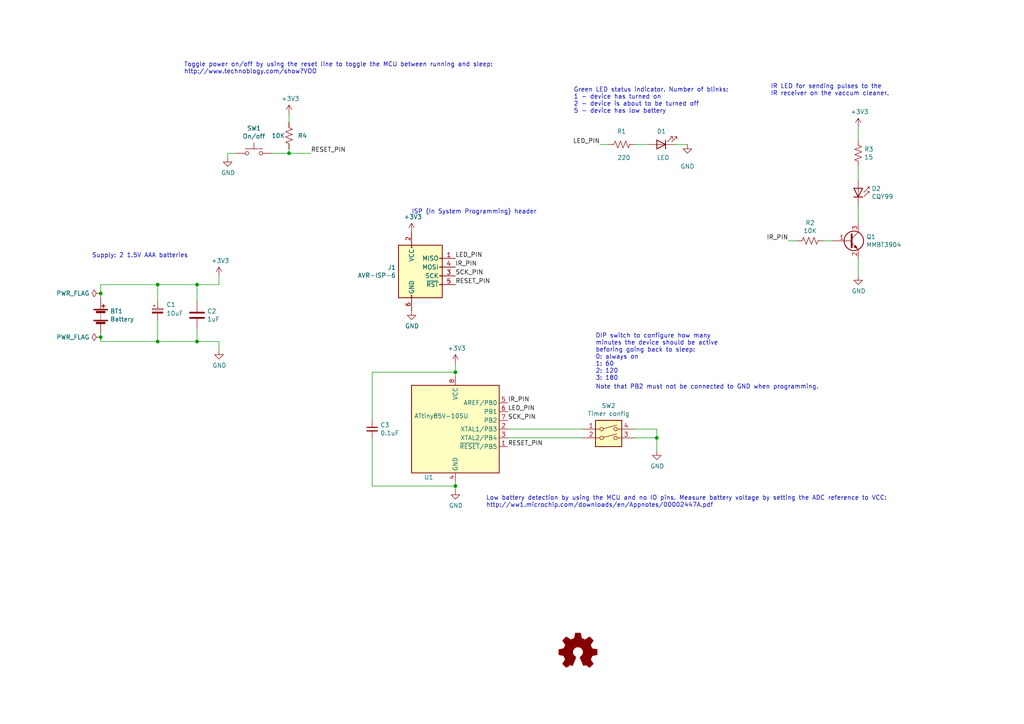
<source format=kicad_sch>
(kicad_sch (version 20211123) (generator eeschema)
  (paper "A4")
  (title_block (title "IR beacon for vacuum cleaner") (date "2019-11-12") (rev "1.0") (company "Per Thomas Jahr"))
  (lib_symbols
    (symbol "Device:Battery" (pin_numbers hide) (pin_names (offset 0) hide)
      (property "Reference" "BT" (at 2.54 2.54 0))
      (property "Value" "Battery" (at 2.54 0 0))
      (symbol "Battery_0_1"
        (rectangle (start -2.032 -1.397) (end 2.032 -1.651) (fill (type outline)))
        (rectangle (start -2.032 1.778) (end 2.032 1.524) (fill (type outline)))
        (rectangle (start -1.3208 -1.9812) (end 1.27 -2.4892) (fill (type outline)))
        (rectangle (start -1.3208 1.1938) (end 1.27 0.6858) (fill (type outline)))
        (polyline (pts (xy 0 -1.524) (xy 0 -1.27)))
        (polyline (pts (xy 0 -1.016) (xy 0 -0.762)))
        (polyline (pts (xy 0 -0.508) (xy 0 -0.254)))
        (polyline (pts (xy 0 0) (xy 0 0.254)))
        (polyline (pts (xy 0 0.508) (xy 0 0.762)))
        (polyline (pts (xy 0 1.778) (xy 0 2.54)))
        (polyline (pts (xy 0.254 2.667) (xy 1.27 2.667)) (stroke (width 0.254)))
        (polyline (pts (xy 0.762 3.175) (xy 0.762 2.159)) (stroke (width 0.254)))
      )
      (symbol "Battery_1_1"
        (pin passive line (at 0 5.08 270) (length 2.54) (name "+") (number "1"))
        (pin passive line (at 0 -5.08 90) (length 2.54) (name "-") (number "2"))
      )
    )
    (symbol "Device:C" (pin_numbers hide) (pin_names (offset 0.254))
      (property "Reference" "C" (at 0.635 2.54 0))
      (property "Value" "C" (at 0.635 -2.54 0))
      (symbol "C_0_1"
        (polyline (pts (xy -2.032 -0.762) (xy 2.032 -0.762)) (stroke (width 0.508)))
        (polyline (pts (xy -2.032 0.762) (xy 2.032 0.762)) (stroke (width 0.508)))
      )
      (symbol "C_1_1"
        (pin passive line (at 0 3.81 270) (length 2.794) (name "~") (number "1"))
        (pin passive line (at 0 -3.81 90) (length 2.794) (name "~") (number "2"))
      )
    )
    (symbol "Device:C_Polarized_Small" (pin_numbers hide) (pin_names (offset 0.254) hide)
      (property "Reference" "C" (at 0.254 1.778 0))
      (property "Value" "C_Polarized_Small" (at 0.254 -2.032 0))
      (symbol "C_Polarized_Small_0_1"
        (rectangle (start -1.524 -0.3048) (end 1.524 -0.6858) (fill (type outline)))
        (rectangle (start -1.524 0.6858) (end 1.524 0.3048))
        (polyline (pts (xy -1.27 1.524) (xy -0.762 1.524)))
        (polyline (pts (xy -1.016 1.27) (xy -1.016 1.778)))
      )
      (symbol "C_Polarized_Small_1_1"
        (pin passive line (at 0 2.54 270) (length 1.8542) (name "~") (number "1"))
        (pin passive line (at 0 -2.54 90) (length 1.8542) (name "~") (number "2"))
      )
    )
    (symbol "Device:C_Small" (pin_numbers hide) (pin_names (offset 0.254) hide)
      (property "Reference" "C" (at 0.254 1.778 0))
      (property "Value" "C_Small" (at 0.254 -2.032 0))
      (symbol "C_Small_0_1"
        (polyline (pts (xy -1.524 -0.508) (xy 1.524 -0.508)) (stroke (width 0.3302)))
        (polyline (pts (xy -1.524 0.508) (xy 1.524 0.508)) (stroke (width 0.3048)))
      )
      (symbol "C_Small_1_1"
        (pin passive line (at 0 2.54 270) (length 2.032) (name "~") (number "1"))
        (pin passive line (at 0 -2.54 90) (length 2.032) (name "~") (number "2"))
      )
    )
    (symbol "Device:LED" (pin_numbers hide) (pin_names (offset 1.016) hide)
      (property "Reference" "D" (at 0 2.54 0))
      (property "Value" "LED" (at 0 -2.54 0))
      (symbol "LED_0_1"
        (polyline (pts (xy -1.27 -1.27) (xy -1.27 1.27)) (stroke (width 0.254)))
        (polyline (pts (xy -1.27 0) (xy 1.27 0)))
        (polyline (pts (xy 1.27 -1.27) (xy 1.27 1.27) (xy -1.27 0) (xy 1.27 -1.27)) (stroke (width 0.254)))
        (polyline (pts (xy -3.048 -0.762) (xy -4.572 -2.286) (xy -3.81 -2.286) (xy -4.572 -2.286) (xy -4.572 -1.524)))
        (polyline (pts (xy -1.778 -0.762) (xy -3.302 -2.286) (xy -2.54 -2.286) (xy -3.302 -2.286) (xy -3.302 -1.524)))
      )
      (symbol "LED_1_1"
        (pin passive line (at -3.81 0 0) (length 2.54) (name "K") (number "1"))
        (pin passive line (at 3.81 0 180) (length 2.54) (name "A") (number "2"))
      )
    )
    (symbol "Device:R_US" (pin_numbers hide) (pin_names (offset 0))
      (property "Reference" "R" (at 2.54 0 90))
      (property "Value" "R_US" (at -2.54 0 90))
      (symbol "R_US_0_1"
        (polyline (pts (xy 0 -2.286) (xy 0 -2.54)))
        (polyline (pts (xy 0 2.286) (xy 0 2.54)))
        (polyline (pts (xy 0 -0.762) (xy 1.016 -1.143) (xy 0 -1.524) (xy -1.016 -1.905) (xy 0 -2.286)))
        (polyline (pts (xy 0 0.762) (xy 1.016 0.381) (xy 0 0) (xy -1.016 -0.381) (xy 0 -0.762)))
        (polyline (pts (xy 0 2.286) (xy 1.016 1.905) (xy 0 1.524) (xy -1.016 1.143) (xy 0 0.762)))
      )
      (symbol "R_US_1_1"
        (pin passive line (at 0 3.81 270) (length 1.27) (name "~") (number "1"))
        (pin passive line (at 0 -3.81 90) (length 1.27) (name "~") (number "2"))
      )
    )
    (symbol "Graphic:Logo_Open_Hardware_Small" (pin_names (offset 1.016))
      (symbol "Logo_Open_Hardware_Small_0_1"
        (polyline (pts (xy 3.3528 -4.3434) (xy 3.302 -4.318) (xy 3.175 -4.2418) (xy 2.9972 -4.1148) (xy 2.7686 -3.9624) (xy 2.54 -3.81) (xy 2.3622 -3.7084) (xy 2.2352 -3.6068) (xy 2.1844 -3.5814) (xy 2.159 -3.6068) (xy 2.0574 -3.6576) (xy 1.905 -3.7338) (xy 1.8034 -3.7846) (xy 1.6764 -3.8354) (xy 1.6002 -3.8354) (xy 1.6002 -3.8354) (xy 1.5494 -3.7338) (xy 1.4732 -3.5306) (xy 1.3462 -3.302) (xy 1.2446 -3.0226) (xy 1.1176 -2.7178) (xy 0.9652 -2.413) (xy 0.8636 -2.1082) (xy 0.7366 -1.8288) (xy 0.6604 -1.6256) (xy 0.6096 -1.4732) (xy 0.5842 -1.397) (xy 0.5842 -1.397) (xy 0.6604 -1.3208) (xy 0.7874 -1.2446) (xy 1.0414 -1.016) (xy 1.2954 -0.6858) (xy 1.4478 -0.3302) (xy 1.524 0.0762) (xy 1.4732 0.4572) (xy 1.3208 0.8128) (xy 1.0668 1.143) (xy 0.762 1.3716) (xy 0.4064 1.524) (xy 0 1.5748) (xy -0.381 1.5494) (xy -0.7366 1.397) (xy -1.0668 1.143) (xy -1.2192 0.9906) (xy -1.397 0.6604) (xy -1.524 0.3048) (xy -1.524 0.2286) (xy -1.4986 -0.1778) (xy -1.397 -0.5334) (xy -1.1938 -0.8636) (xy -0.9144 -1.143) (xy -0.8636 -1.1684) (xy -0.7366 -1.27) (xy -0.635 -1.3462) (xy -0.5842 -1.397) (xy -1.0668 -2.5908) (xy -1.143 -2.794) (xy -1.2954 -3.1242) (xy -1.397 -3.4036) (xy -1.4986 -3.6322) (xy -1.5748 -3.7846) (xy -1.6002 -3.8354) (xy -1.6002 -3.8354) (xy -1.651 -3.8354) (xy -1.7272 -3.81) (xy -1.905 -3.7338) (xy -2.0066 -3.683) (xy -2.1336 -3.6068) (xy -2.2098 -3.5814) (xy -2.2606 -3.6068) (xy -2.3622 -3.683) (xy -2.54 -3.81) (xy -2.7686 -3.9624) (xy -2.9718 -4.0894) (xy -3.1496 -4.2164) (xy -3.302 -4.318) (xy -3.3528 -4.3434) (xy -3.3782 -4.3434) (xy -3.429 -4.318) (xy -3.5306 -4.2164) (xy -3.7084 -4.064) (xy -3.937 -3.8354) (xy -3.9624 -3.81) (xy -4.1656 -3.6068) (xy -4.318 -3.4544) (xy -4.4196 -3.3274) (xy -4.445 -3.2766) (xy -4.445 -3.2766) (xy -4.4196 -3.2258) (xy -4.318 -3.0734) (xy -4.2164 -2.8956) (xy -4.064 -2.667) (xy -3.6576 -2.0828) (xy -3.8862 -1.5494) (xy -3.937 -1.3716) (xy -4.0386 -1.1684) (xy -4.0894 -1.0414) (xy -4.1148 -0.9652) (xy -4.191 -0.9398) (xy -4.318 -0.9144) (xy -4.5466 -0.8636) (xy -4.8006 -0.8128) (xy -5.0546 -0.7874) (xy -5.2578 -0.7366) (xy -5.4356 -0.7112) (xy -5.5118 -0.6858) (xy -5.5118 -0.6858) (xy -5.5372 -0.635) (xy -5.5372 -0.5588) (xy -5.5372 -0.4318) (xy -5.5626 -0.2286) (xy -5.5626 0.0762) (xy -5.5626 0.127) (xy -5.5372 0.4064) (xy -5.5372 0.635) (xy -5.5372 0.762) (xy -5.5372 0.8382) (xy -5.5372 0.8382) (xy -5.461 0.8382) (xy -5.3086 0.889) (xy -5.08 0.9144) (xy -4.826 0.9652) (xy -4.8006 0.9906) (xy -4.5466 1.0414) (xy -4.318 1.0668) (xy -4.1656 1.1176) (xy -4.0894 1.143) (xy -4.0894 1.143) (xy -4.0386 1.2446) (xy -3.9624 1.4224) (xy -3.8608 1.6256) (xy -3.7846 1.8288) (xy -3.7084 2.0066) (xy -3.6576 2.159) (xy -3.6322 2.2098) (xy -3.6322 2.2098) (xy -3.683 2.286) (xy -3.7592 2.413) (xy -3.8862 2.5908) (xy -4.064 2.8194) (xy -4.064 2.8448) (xy -4.2164 3.0734) (xy -4.3434 3.2512) (xy -4.4196 3.3782) (xy -4.445 3.4544) (xy -4.445 3.4544) (xy -4.3942 3.5052) (xy -4.2926 3.6322) (xy -4.1148 3.81) (xy -3.937 4.0132) (xy -3.8608 4.064) (xy -3.6576 4.2926) (xy -3.5052 4.4196) (xy -3.4036 4.4958) (xy -3.3528 4.5212) (xy -3.3528 4.5212) (xy -3.302 4.4704) (xy -3.1496 4.3688) (xy -2.9718 4.2418) (xy -2.7432 4.0894) (xy -2.7178 4.0894) (xy -2.4892 3.937) (xy -2.3114 3.81) (xy -2.1844 3.7084) (xy -2.1336 3.683) (xy -2.1082 3.683) (xy -2.032 3.7084) (xy -1.8542 3.7592) (xy -1.6764 3.8354) (xy -1.4732 3.937) (xy -1.27 4.0132) (xy -1.143 4.064) (xy -1.0668 4.1148) (xy -1.0668 4.1148) (xy -1.0414 4.191) (xy -1.016 4.3434) (xy -0.9652 4.572) (xy -0.9144 4.8514) (xy -0.889 4.9022) (xy -0.8382 5.1562) (xy -0.8128 5.3848) (xy -0.7874 5.5372) (xy -0.762 5.588) (xy -0.7112 5.6134) (xy -0.5842 5.6134) (xy -0.4064 5.6134) (xy -0.1524 5.6134) (xy 0.0762 5.6134) (xy 0.3302 5.6134) (xy 0.5334 5.6134) (xy 0.6858 5.588) (xy 0.7366 5.588) (xy 0.7366 5.588) (xy 0.762 5.5118) (xy 0.8128 5.334) (xy 0.8382 5.1054) (xy 0.9144 4.826) (xy 0.9144 4.7752) (xy 0.9652 4.5212) (xy 1.016 4.2926) (xy 1.0414 4.1402) (xy 1.0668 4.0894) (xy 1.0668 4.0894) (xy 1.1938 4.0386) (xy 1.3716 3.9624) (xy 1.5748 3.8608) (xy 2.0828 3.6576) (xy 2.7178 4.0894) (xy 2.7686 4.1402) (xy 2.9972 4.2926) (xy 3.175 4.4196) (xy 3.302 4.4958) (xy 3.3782 4.5212) (xy 3.3782 4.5212) (xy 3.429 4.4704) (xy 3.556 4.3434) (xy 3.7338 4.191) (xy 3.9116 3.9878) (xy 4.064 3.8354) (xy 4.2418 3.6576) (xy 4.3434 3.556) (xy 4.4196 3.4798) (xy 4.4196 3.429) (xy 4.4196 3.4036) (xy 4.3942 3.3274) (xy 4.2926 3.2004) (xy 4.1656 2.9972) (xy 4.0132 2.794) (xy 3.8862 2.5908) (xy 3.7592 2.3876) (xy 3.6576 2.2352) (xy 3.6322 2.159) (xy 3.6322 2.1336) (xy 3.683 2.0066) (xy 3.7592 1.8288) (xy 3.8608 1.6002) (xy 4.064 1.1176) (xy 4.3942 1.0414) (xy 4.5974 1.016) (xy 4.8768 0.9652) (xy 5.1308 0.9144) (xy 5.5372 0.8382) (xy 5.5626 -0.6604) (xy 5.4864 -0.6858) (xy 5.4356 -0.6858) (xy 5.2832 -0.7366) (xy 5.0546 -0.762) (xy 4.8006 -0.8128) (xy 4.5974 -0.8636) (xy 4.3688 -0.9144) (xy 4.2164 -0.9398) (xy 4.1402 -0.9398) (xy 4.1148 -0.9652) (xy 4.064 -1.0668) (xy 3.9878 -1.2446) (xy 3.9116 -1.4478) (xy 3.81 -1.651) (xy 3.7338 -1.8542) (xy 3.683 -2.0066) (xy 3.6576 -2.0828) (xy 3.683 -2.1336) (xy 3.7846 -2.2606) (xy 3.8862 -2.4638) (xy 4.0386 -2.667) (xy 4.191 -2.8956) (xy 4.318 -3.0734) (xy 4.3942 -3.2004) (xy 4.445 -3.2766) (xy 4.4196 -3.3274) (xy 4.3434 -3.429) (xy 4.1656 -3.5814) (xy 3.937 -3.8354) (xy 3.8862 -3.8608) (xy 3.683 -4.064) (xy 3.5306 -4.2164) (xy 3.4036 -4.318) (xy 3.3528 -4.3434)) (fill (type outline)))
      )
    )
    (symbol "LED:CQY99" (pin_numbers hide) (pin_names (offset 1.016) hide)
      (property "Reference" "D" (at 0.508 1.778 0))
      (property "Value" "CQY99" (at -1.016 -2.794 0))
      (symbol "CQY99_0_1"
        (polyline (pts (xy -2.54 1.27) (xy -2.54 -1.27)) (stroke (width 0.254)))
        (polyline (pts (xy 0 0) (xy -2.54 0)))
        (polyline (pts (xy 0.381 3.175) (xy -0.127 3.175)))
        (polyline (pts (xy -1.143 1.651) (xy 0.381 3.175) (xy 0.381 2.667)))
        (polyline (pts (xy 0 -1.27) (xy -2.54 0) (xy 0 1.27) (xy 0 -1.27)) (stroke (width 0.254)))
        (polyline (pts (xy -2.413 1.651) (xy -0.889 3.175) (xy -0.889 2.667) (xy -0.889 3.175) (xy -1.397 3.175)))
      )
      (symbol "CQY99_1_1"
        (pin passive line (at -5.08 0 0) (length 2.54) (name "K") (number "1"))
        (pin passive line (at 2.54 0 180) (length 2.54) (name "A") (number "2"))
      )
    )
    (symbol "Switch:SW_DIP_x02" (pin_names (offset 0) hide)
      (property "Reference" "SW" (at 0 6.35 0))
      (property "Value" "SW_DIP_x02" (at 0 -3.81 0))
      (symbol "SW_DIP_x02_0_0"
        (circle (center -2.032 0) (radius 0.508))
        (circle (center -2.032 2.54) (radius 0.508))
        (polyline (pts (xy -1.524 0.127) (xy 2.3622 1.1684)))
        (polyline (pts (xy -1.524 2.667) (xy 2.3622 3.7084)))
        (circle (center 2.032 0) (radius 0.508))
        (circle (center 2.032 2.54) (radius 0.508))
      )
      (symbol "SW_DIP_x02_0_1"
        (rectangle (start -3.81 5.08) (end 3.81 -2.54) (stroke (width 0.254)) (fill (type background)))
      )
      (symbol "SW_DIP_x02_1_1"
        (pin passive line (at -7.62 2.54 0) (length 5.08) (name "~") (number "1"))
        (pin passive line (at -7.62 0 0) (length 5.08) (name "~") (number "2"))
        (pin passive line (at 7.62 0 180) (length 5.08) (name "~") (number "3"))
        (pin passive line (at 7.62 2.54 180) (length 5.08) (name "~") (number "4"))
      )
    )
    (symbol "Switch:SW_Push" (pin_numbers hide) (pin_names (offset 1.016) hide)
      (property "Reference" "SW" (at 1.27 2.54 0))
      (property "Value" "SW_Push" (at 0 -1.524 0))
      (symbol "SW_Push_0_1"
        (circle (center -2.032 0) (radius 0.508))
        (polyline (pts (xy 0 1.27) (xy 0 3.048)))
        (polyline (pts (xy 2.54 1.27) (xy -2.54 1.27)))
        (circle (center 2.032 0) (radius 0.508))
        (pin passive line (at -5.08 0 0) (length 2.54) (name "1") (number "1"))
        (pin passive line (at 5.08 0 180) (length 2.54) (name "2") (number "2"))
      )
    )
    (symbol "Transistor_BJT:MMBT3904" (pin_names (offset 0) hide)
      (property "Reference" "Q" (at 5.08 1.905 0))
      (property "Value" "MMBT3904" (at 5.08 0 0))
      (symbol "MMBT3904_0_1"
        (polyline (pts (xy 0.635 0.635) (xy 2.54 2.54)))
        (polyline (pts (xy 0.635 -0.635) (xy 2.54 -2.54) (xy 2.54 -2.54)))
        (polyline (pts (xy 0.635 1.905) (xy 0.635 -1.905) (xy 0.635 -1.905)) (stroke (width 0.508)))
        (polyline (pts (xy 1.27 -1.778) (xy 1.778 -1.27) (xy 2.286 -2.286) (xy 1.27 -1.778) (xy 1.27 -1.778)) (fill (type outline)))
        (circle (center 1.27 0) (radius 2.8194) (stroke (width 0.254)))
      )
      (symbol "MMBT3904_1_1"
        (pin input line (at -5.08 0 0) (length 5.715) (name "B") (number "1"))
        (pin passive line (at 2.54 -5.08 90) (length 2.54) (name "E") (number "2"))
        (pin passive line (at 2.54 5.08 270) (length 2.54) (name "C") (number "3"))
      )
    )
    (symbol "ir_beacon-rescue:ATtiny85V-10SU-MCU_Microchip_ATtiny"
      (property "Reference" "U" (at -12.7 13.97 0))
      (property "Value" "ATtiny85V-10SU-MCU_Microchip_ATtiny" (at 2.54 -13.97 0))
      (symbol "ATtiny85V-10SU-MCU_Microchip_ATtiny_0_1"
        (rectangle (start -12.7 -12.7) (end 12.7 12.7) (stroke (width 0.254)) (fill (type background)))
      )
      (symbol "ATtiny85V-10SU-MCU_Microchip_ATtiny_1_1"
        (pin tri_state line (at 15.24 -5.08 180) (length 2.54) (name "~{RESET}/PB5") (number "1"))
        (pin tri_state line (at 15.24 0 180) (length 2.54) (name "XTAL1/PB3") (number "2"))
        (pin tri_state line (at 15.24 -2.54 180) (length 2.54) (name "XTAL2/PB4") (number "3"))
        (pin power_in line (at 0 -15.24 90) (length 2.54) (name "GND") (number "4"))
        (pin tri_state line (at 15.24 7.62 180) (length 2.54) (name "AREF/PB0") (number "5"))
        (pin tri_state line (at 15.24 5.08 180) (length 2.54) (name "PB1") (number "6"))
        (pin tri_state line (at 15.24 2.54 180) (length 2.54) (name "PB2") (number "7"))
        (pin power_in line (at 0 15.24 270) (length 2.54) (name "VCC") (number "8"))
      )
    )
    (symbol "ir_beacon-rescue:AVR-ISP-6-Connector" (pin_names (offset 1.016))
      (property "Reference" "J" (at 0 10.16 0))
      (property "Value" "AVR-ISP-6-Connector" (at 0 -7.62 0))
      (symbol "AVR-ISP-6-Connector_0_1"
        (rectangle (start -2.667 -5.588) (end -2.413 -6.35))
        (rectangle (start -2.667 8.89) (end -2.413 8.128))
        (rectangle (start 6.35 -2.413) (end 5.588 -2.667))
        (rectangle (start 6.35 0.127) (end 5.588 -0.127))
        (rectangle (start 6.35 2.667) (end 5.588 2.413))
        (rectangle (start 6.35 5.207) (end 5.588 4.953))
        (rectangle (start 6.35 8.89) (end -6.35 -6.35) (stroke (width 0.254)) (fill (type background)))
      )
      (symbol "AVR-ISP-6-Connector_1_1"
        (pin passive line (at 10.16 5.08 180) (length 3.81) (name "MISO") (number "1"))
        (pin power_in line (at -2.54 12.7 270) (length 3.81) (name "VCC") (number "2"))
        (pin passive line (at 10.16 0 180) (length 3.81) (name "SCK") (number "3"))
        (pin passive line (at 10.16 2.54 180) (length 3.81) (name "MOSI") (number "4"))
        (pin passive line (at 10.16 -2.54 180) (length 3.81) (name "~{RST}") (number "5"))
        (pin power_in line (at -2.54 -10.16 90) (length 3.81) (name "GND") (number "6"))
      )
    )
    (symbol "power:+3.3V" (power) (pin_names (offset 0))
      (property "Value" "+3.3V" (at 0 3.556 0))
      (symbol "+3.3V_0_1"
        (polyline (pts (xy -0.762 1.27) (xy 0 2.54)))
        (polyline (pts (xy 0 0) (xy 0 2.54)))
        (polyline (pts (xy 0 2.54) (xy 0.762 1.27)))
      )
      (symbol "+3.3V_1_1"
        (pin power_in line (at 0 0 90) (length 0) hide (name "+3V3") (number "1"))
      )
    )
    (symbol "power:GND" (power) (pin_names (offset 0))
      (property "Value" "GND" (at 0 -3.81 0))
      (symbol "GND_0_1"
        (polyline (pts (xy 0 0) (xy 0 -1.27) (xy 1.27 -1.27) (xy 0 -2.54) (xy -1.27 -1.27) (xy 0 -1.27)))
      )
      (symbol "GND_1_1"
        (pin power_in line (at 0 0 270) (length 0) hide (name "GND") (number "1"))
      )
    )
    (symbol "power:PWR_FLAG" (power) (pin_numbers hide) (pin_names (offset 0) hide)
      (property "Value" "PWR_FLAG" (at 0 3.81 0))
      (symbol "PWR_FLAG_0_0"
        (pin power_out line (at 0 0 90) (length 0) (name "pwr") (number "1"))
      )
      (symbol "PWR_FLAG_0_1"
        (polyline (pts (xy 0 0) (xy 0 1.27) (xy -1.016 1.905) (xy 0 2.54) (xy 1.016 1.905) (xy 0 1.27)))
      )
    )
  )
  (junction (at 45.72 99.06))
  (junction (at 29.21 85.09))
  (junction (at 190.5 127))
  (junction (at 132.08 140.97))
  (junction (at 29.21 97.79))
  (junction (at 45.72 82.55))
  (junction (at 57.15 99.06))
  (junction (at 132.08 107.95))
  (junction (at 57.15 82.55))
  (junction (at 83.82 44.45))
  (wire (pts (xy 132.08 107.95) (xy 107.95 107.95)))
  (wire (pts (xy 83.82 33.02) (xy 83.82 35.56)))
  (wire (pts (xy 248.92 48.26) (xy 248.92 52.07)))
  (wire (pts (xy 63.5 82.55) (xy 63.5 80.01)))
  (wire (pts (xy 132.08 109.22) (xy 132.08 107.95)))
  (wire (pts (xy 248.92 74.93) (xy 248.92 80.01)))
  (wire (pts (xy 107.95 127) (xy 107.95 140.97)))
  (wire (pts (xy 57.15 99.06) (xy 63.5 99.06)))
  (wire (pts (xy 147.32 127) (xy 168.91 127)))
  (wire (pts (xy 45.72 82.55) (xy 57.15 82.55)))
  (wire (pts (xy 248.92 59.69) (xy 248.92 64.77)))
  (wire (pts (xy 83.82 43.18) (xy 83.82 44.45)))
  (wire (pts (xy 190.5 130.81) (xy 190.5 127)))
  (wire (pts (xy 78.74 44.45) (xy 83.82 44.45)))
  (wire (pts (xy 184.15 124.46) (xy 190.5 124.46)))
  (wire (pts (xy 83.82 44.45) (xy 90.17 44.45)))
  (wire (pts (xy 45.72 92.71) (xy 45.72 99.06)))
  (wire (pts (xy 241.3 69.85) (xy 238.76 69.85)))
  (wire (pts (xy 190.5 124.46) (xy 190.5 127)))
  (wire (pts (xy 132.08 107.95) (xy 132.08 105.41)))
  (wire (pts (xy 57.15 95.25) (xy 57.15 99.06)))
  (wire (pts (xy 248.92 36.83) (xy 248.92 40.64)))
  (wire (pts (xy 184.15 127) (xy 190.5 127)))
  (wire (pts (xy 107.95 140.97) (xy 132.08 140.97)))
  (wire (pts (xy 29.21 86.36) (xy 29.21 85.09)))
  (wire (pts (xy 66.04 44.45) (xy 66.04 45.72)))
  (wire (pts (xy 45.72 99.06) (xy 57.15 99.06)))
  (wire (pts (xy 231.14 69.85) (xy 228.6 69.85)))
  (wire (pts (xy 29.21 96.52) (xy 29.21 97.79)))
  (wire (pts (xy 195.58 41.91) (xy 199.39 41.91)))
  (wire (pts (xy 132.08 139.7) (xy 132.08 140.97)))
  (wire (pts (xy 45.72 87.63) (xy 45.72 82.55)))
  (wire (pts (xy 57.15 82.55) (xy 63.5 82.55)))
  (wire (pts (xy 68.58 44.45) (xy 66.04 44.45)))
  (wire (pts (xy 107.95 107.95) (xy 107.95 121.92)))
  (wire (pts (xy 29.21 85.09) (xy 29.21 82.55)))
  (wire (pts (xy 173.99 41.91) (xy 176.53 41.91)))
  (wire (pts (xy 63.5 99.06) (xy 63.5 101.6)))
  (wire (pts (xy 132.08 140.97) (xy 132.08 142.24)))
  (wire (pts (xy 184.15 41.91) (xy 187.96 41.91)))
  (wire (pts (xy 147.32 124.46) (xy 168.91 124.46)))
  (wire (pts (xy 29.21 97.79) (xy 29.21 99.06)))
  (wire (pts (xy 29.21 99.06) (xy 45.72 99.06)))
  (wire (pts (xy 29.21 82.55) (xy 45.72 82.55)))
  (wire (pts (xy 57.15 87.63) (xy 57.15 82.55)))
  (text "ISP (In System Programming) header" (at 119.38 62.23 0) (effects (font (size 1.27 1.27)) (justify left bottom)))
  (text "Low battery detection by using the MCU and no IO pins. Measure battery voltage by setting the ADC reference to VCC:\nhttp://ww1.microchip.com/downloads/en/Appnotes/00002447A.pdf" (at 140.97 147.32 0) (effects (font (size 1.27 1.27)) (justify left bottom)))
  (text "Note that PB2 must not be connected to GND when programming." (at 172.72 113.03 0) (effects (font (size 1.27 1.27)) (justify left bottom)))
  (text "Toggle power on/off by using the reset line to toggle the MCU between running and sleep: \nhttp://www.technoblogy.com/show?VOO" (at 53.34 21.59 0) (effects (font (size 1.27 1.27)) (justify left bottom)))
  (text "DIP switch to configure how many \nminutes the device should be active \nbeforing going back to sleep:\n0: always on\n1: 60\n2: 120\n3: 180" (at 172.72 110.49 0) (effects (font (size 1.27 1.27)) (justify left bottom)))
  (text "Green LED status indicator. Number of blinks:\n1 - device has turned on\n2 - device is about to be turned off\n5 - device has low battery" (at 166.37 33.02 0) (effects (font (size 1.27 1.27)) (justify left bottom)))
  (text "Supply: 2 1.5V AAA batteries" (at 26.67 74.93 0) (effects (font (size 1.27 1.27)) (justify left bottom)))
  (text "IR LED for sending pulses to the \nIR receiver on the vaccum cleaner." (at 223.52 27.94 0) (effects (font (size 1.27 1.27)) (justify left bottom)))
  (label "IR_PIN" (at 147.32 116.84 0))
  (label "LED_PIN" (at 132.08 74.93 0))
  (label "IR_PIN" (at 228.6 69.85 180))
  (label "RESET_PIN" (at 132.08 82.55 0))
  (label "RESET_PIN" (at 147.32 129.54 0))
  (label "LED_PIN" (at 173.99 41.91 180))
  (label "LED_PIN" (at 147.32 119.38 0))
  (label "IR_PIN" (at 132.08 77.47 0))
  (label "SCK_PIN" (at 147.32 121.92 0))
  (label "SCK_PIN" (at 132.08 80.01 0))
  (label "RESET_PIN" (at 90.17 44.45 0))
  (symbol (lib_id "LED:CQY99") (at 248.92 54.61 270) (mirror x) (unit 1)
    (property "Reference" "D2" (at 252.7808 54.7116 90) (effects (justify left)))
    (property "Value" "CQY99" (at 252.7808 57.023 90) (effects (justify left)))
    (property "Footprint" "LED_THT:LED_D5.0mm_IRGrey" (effects hide))
    (property "Datasheet" "https://www.prtice.info/IMG/pdf/CQY99.pdf" (effects hide))
  )
  (symbol (lib_id "Device:Battery") (at 29.21 91.44 0) (unit 1)
    (property "Reference" "BT1" (at 31.9532 90.2716 0) (effects (justify left)))
    (property "Value" "Battery" (at 31.9532 92.583 0) (effects (justify left)))
    (property "Footprint" "Battery:BatteryHolder_Keystone_2468_2xAAA" (effects hide))
  )
  (symbol (lib_id "Switch:SW_Push") (at 73.66 44.45 0) (unit 1)
    (property "Reference" "SW1" (at 73.66 37.211 0))
    (property "Value" "On/off" (at 73.66 39.5224 0))
    (property "Footprint" "Button_Switch_THT:SW_PUSH_6mm" (effects hide))
  )
  (symbol (lib_id "Device:R_US") (at 248.92 44.45 0) (unit 1)
    (property "Reference" "R3" (at 250.6472 43.2816 0) (effects (justify left)))
    (property "Value" "15" (at 250.6472 45.593 0) (effects (justify left)))
    (property "Footprint" "Resistor_SMD:R_0805_2012Metric" (effects hide))
  )
  (symbol (lib_id "Device:R_US") (at 180.34 41.91 90) (unit 1)
    (property "Reference" "R1" (at 181.61 38.1 90) (effects (justify left)))
    (property "Value" "220" (at 182.88 45.72 90) (effects (justify left)))
    (property "Footprint" "Resistor_SMD:R_0805_2012Metric" (effects hide))
  )
  (symbol (lib_id "Switch:SW_DIP_x02") (at 176.53 127 0) (unit 1)
    (property "Reference" "SW2" (at 176.53 117.6782 0))
    (property "Value" "Timer config" (at 176.53 119.9896 0))
    (property "Footprint" "Button_Switch_THT:SW_DIP_SPSTx02_Slide_9.78x7.26mm_W7.62mm_P2.54mm" (effects hide))
  )
  (symbol (lib_id "ir_beacon-rescue:ATtiny85V-10SU-MCU_Microchip_ATtiny") (at 132.08 124.46 0) (unit 1)
    (property "Reference" "U1" (at 125.73 138.43 0) (effects (justify right)))
    (property "Value" "ATtiny85V-10SU" (at 135.89 120.65 0) (effects (justify right)))
    (property "Footprint" "Package_SO:SOIJ-8_5.3x5.3mm_P1.27mm" (effects hide))
    (property "Datasheet" "http://ww1.microchip.com/downloads/en/DeviceDoc/atmel-2586-avr-8-bit-microcontroller-attiny25-attiny45-attiny85_datasheet.pdf" (effects hide))
  )
  (symbol (lib_id "Device:LED") (at 191.77 41.91 180) (unit 1)
    (property "Reference" "D1" (at 190.5 38.1 0) (effects (justify right)))
    (property "Value" "LED" (at 190.5 45.72 0) (effects (justify right)))
    (property "Footprint" "LED_THT:LED_D5.0mm" (effects hide))
  )
  (symbol (lib_id "power:+3.3V") (at 248.92 36.83 0) (unit 1)
    (property "Reference" "#PWR015" (effects hide))
    (property "Value" "+3.3V" (at 249.301 32.4358 0))
  )
  (symbol (lib_id "power:GND") (at 199.39 41.91 0) (unit 1)
    (property "Reference" "#PWR014" (effects hide))
    (property "Value" "GND" (at 199.39 48.26 0))
  )
  (symbol (lib_id "power:GND") (at 66.04 45.72 0) (unit 1)
    (property "Reference" "#PWR08" (effects hide))
    (property "Value" "GND" (at 66.167 50.1142 0))
  )
  (symbol (lib_id "power:GND") (at 132.08 142.24 0) (unit 1)
    (property "Reference" "#PWR010" (effects hide))
    (property "Value" "GND" (at 132.207 146.6342 0))
  )
  (symbol (lib_id "Device:C") (at 57.15 91.44 0) (unit 1)
    (property "Reference" "C2" (at 60.071 90.2716 0) (effects (justify left)))
    (property "Value" "1uF" (at 60.071 92.583 0) (effects (justify left)))
    (property "Footprint" "Capacitor_SMD:C_0805_2012Metric" (effects hide))
  )
  (symbol (lib_id "power:GND") (at 248.92 80.01 0) (unit 1)
    (property "Reference" "#PWR016" (effects hide))
    (property "Value" "GND" (at 249.047 84.4042 0))
  )
  (symbol (lib_id "Device:R_US") (at 234.95 69.85 90) (unit 1)
    (property "Reference" "R2" (at 234.95 64.643 90))
    (property "Value" "10K" (at 234.95 66.9544 90))
    (property "Footprint" "Resistor_SMD:R_0805_2012Metric" (effects hide))
  )
  (symbol (lib_id "power:+3.3V") (at 119.38 67.31 0) (unit 1)
    (property "Reference" "#PWR011" (effects hide))
    (property "Value" "+3.3V" (at 119.761 62.9158 0))
  )
  (symbol (lib_id "power:GND") (at 119.38 90.17 0) (unit 1)
    (property "Reference" "#PWR012" (effects hide))
    (property "Value" "GND" (at 119.507 94.5642 0))
  )
  (symbol (lib_id "power:GND") (at 190.5 130.81 0) (unit 1)
    (property "Reference" "#PWR013" (effects hide))
    (property "Value" "GND" (at 190.627 135.2042 0))
  )
  (symbol (lib_id "Graphic:Logo_Open_Hardware_Small") (at 167.64 189.23 0) (unit 1)
    (property "Reference" "#LOGO1" (effects hide))
    (property "Value" "Logo_Open_Hardware_Small" (effects hide))
  )
  (symbol (lib_id "power:PWR_FLAG") (at 29.21 85.09 90) (unit 1)
    (property "Reference" "#FLG0101" (effects hide))
    (property "Value" "PWR_FLAG" (at 25.9842 85.09 90) (effects (justify left)))
  )
  (symbol (lib_id "power:PWR_FLAG") (at 29.21 97.79 90) (unit 1)
    (property "Reference" "#FLG0102" (effects hide))
    (property "Value" "PWR_FLAG" (at 25.9842 97.79 90) (effects (justify left)))
  )
  (symbol (lib_id "power:+3.3V") (at 63.5 80.01 0) (unit 1)
    (property "Reference" "#PWR01" (effects hide))
    (property "Value" "+3.3V" (at 63.881 75.6158 0))
  )
  (symbol (lib_id "power:GND") (at 63.5 101.6 0) (unit 1)
    (property "Reference" "#PWR02" (effects hide))
    (property "Value" "GND" (at 63.627 105.9942 0))
  )
  (symbol (lib_id "power:+3.3V") (at 132.08 105.41 0) (unit 1)
    (property "Reference" "#PWR0101" (effects hide))
    (property "Value" "+3.3V" (at 132.461 101.0158 0))
  )
  (symbol (lib_id "ir_beacon-rescue:AVR-ISP-6-Connector") (at 121.92 80.01 0) (unit 1)
    (property "Reference" "J1" (at 114.8334 77.5716 0) (effects (justify right)))
    (property "Value" "AVR-ISP-6" (at 114.8334 79.883 0) (effects (justify right)))
    (property "Footprint" "Connector_IDC:IDC-Header_2x03_P2.54mm_Vertical" (effects hide))
    (property "Datasheet" " ~" (effects hide))
  )
  (symbol (lib_id "Device:C_Small") (at 107.95 124.46 0) (unit 1)
    (property "Reference" "C3" (at 110.2868 123.2916 0) (effects (justify left)))
    (property "Value" "0.1uF" (at 110.2868 125.603 0) (effects (justify left)))
    (property "Footprint" "Capacitor_SMD:C_0805_2012Metric" (effects hide))
  )
  (symbol (lib_id "Transistor_BJT:MMBT3904") (at 246.38 69.85 0) (unit 1)
    (property "Reference" "Q1" (at 251.2314 68.6816 0) (effects (justify left)))
    (property "Value" "MMBT3904" (at 251.2314 70.993 0) (effects (justify left)))
    (property "Footprint" "Package_TO_SOT_SMD:SOT-23" (effects hide))
    (property "Datasheet" "https://www.fairchildsemi.com/datasheets/2N/2N3904.pdf" (effects hide))
  )
  (symbol (lib_id "Device:R_US") (at 83.82 39.37 0) (unit 1)
    (property "Reference" "R4" (at 86.36 39.37 0) (effects (justify left)))
    (property "Value" "10K" (at 78.74 39.37 0) (effects (justify left)))
    (property "Footprint" "Resistor_SMD:R_0805_2012Metric" (effects hide))
  )
  (symbol (lib_id "power:+3.3V") (at 83.82 33.02 0) (unit 1)
    (property "Reference" "#PWR03" (effects hide))
    (property "Value" "+3.3V" (at 84.201 28.6258 0))
  )
  (symbol (lib_id "Device:C_Polarized_Small") (at 45.72 90.17 0) (unit 1)
    (property "Reference" "C1" (at 48.26 88.3538 0) (effects (justify left)))
    (property "Value" "10uF" (at 48.26 90.8938 0) (effects (justify left)))
    (property "Footprint" "Capacitor_Tantalum_SMD:CP_EIA-6032-28_Kemet-C_Pad2.25x2.35mm_HandSolder" (effects hide))
  )
)
</source>
